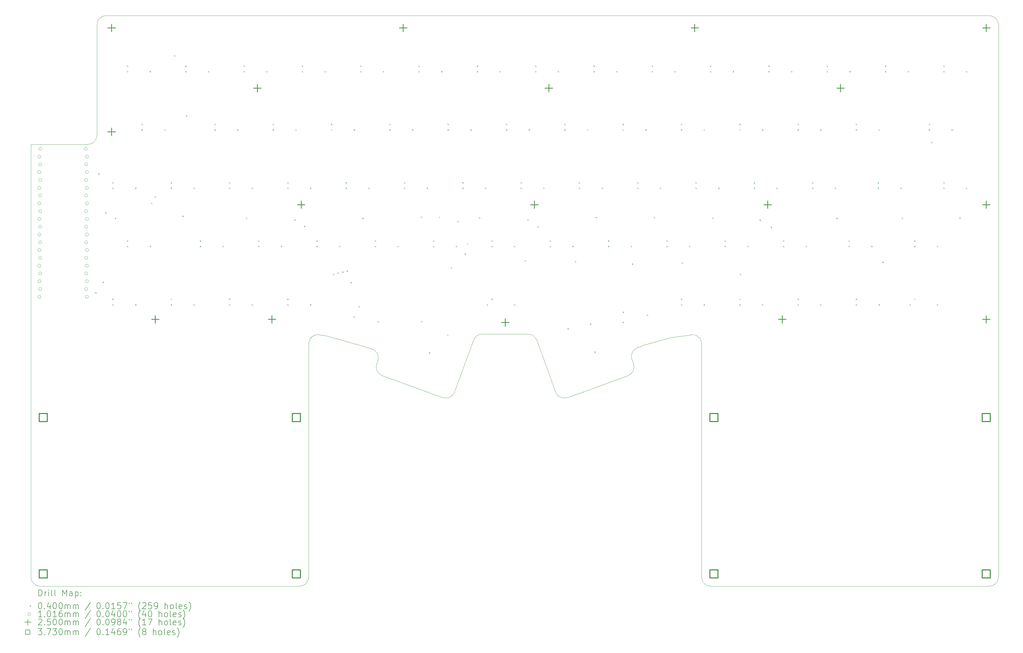
<source format=gbr>
%TF.GenerationSoftware,KiCad,Pcbnew,(6.0.7-1)-1*%
%TF.CreationDate,2022-08-16T19:54:16+02:00*%
%TF.ProjectId,keychron-optical-keyboard,6b657963-6872-46f6-9e2d-6f7074696361,rev?*%
%TF.SameCoordinates,Original*%
%TF.FileFunction,Drillmap*%
%TF.FilePolarity,Positive*%
%FSLAX45Y45*%
G04 Gerber Fmt 4.5, Leading zero omitted, Abs format (unit mm)*
G04 Created by KiCad (PCBNEW (6.0.7-1)-1) date 2022-08-16 19:54:16*
%MOMM*%
%LPD*%
G01*
G04 APERTURE LIST*
%ADD10C,0.100000*%
%ADD11C,0.200000*%
%ADD12C,0.040000*%
%ADD13C,0.101600*%
%ADD14C,0.250000*%
%ADD15C,0.373000*%
G04 APERTURE END LIST*
D10*
X29550000Y-17250000D02*
G75*
G03*
X29850000Y-16950000I0J300000D01*
G01*
X20175000Y-9350000D02*
X20175000Y-11350000D01*
X7375000Y-16950000D02*
X7375000Y-11650000D01*
X17779633Y-10382636D02*
G75*
G03*
X17958936Y-9998127I-102603J281906D01*
G01*
X20175000Y-11350000D02*
X20175000Y-11650000D01*
X775000Y1350000D02*
X29550000Y1350000D01*
X-1675000Y-16950000D02*
G75*
G03*
X-1375000Y-17250000I300000J0D01*
G01*
X9030390Y-9397703D02*
X9426049Y-9513173D01*
X7757691Y-9061622D02*
X7888891Y-9070384D01*
X9770366Y-10382641D02*
X11743720Y-11100883D01*
X-1675000Y-11350000D02*
X-1675000Y-11650000D01*
X15421764Y-10921582D02*
G75*
G03*
X15806280Y-11100883I281906J102602D01*
G01*
X20175000Y-16950000D02*
G75*
G03*
X20475000Y-17250000I300000J0D01*
G01*
X14806128Y-9230135D02*
G75*
G03*
X14524222Y-9032741I-281908J-102605D01*
G01*
X13025778Y-9032741D02*
X14524222Y-9032741D01*
X20175000Y-9350000D02*
G75*
G03*
X19792309Y-9061622I-300000J0D01*
G01*
X13025778Y-9032739D02*
G75*
G03*
X12743870Y-9230135I2J-300002D01*
G01*
X19195309Y-9135848D02*
X19792309Y-9061622D01*
X7757691Y-9061622D02*
G75*
G03*
X7375000Y-9350000I-82691J-288379D01*
G01*
X15421766Y-10921581D02*
X14806130Y-9230135D01*
X7075000Y-17250000D02*
G75*
G03*
X7375000Y-16950000I0J300000D01*
G01*
X-1375000Y-17250000D02*
X7075000Y-17250000D01*
X20475000Y-17250000D02*
X29550000Y-17250000D01*
X7888891Y-9070384D02*
X9030390Y-9397703D01*
X17779634Y-10382641D02*
X15806280Y-11100883D01*
X29850000Y-11650000D02*
X29850000Y-11350000D01*
X175000Y-2850000D02*
G75*
G03*
X475000Y-2550000I0J300000D01*
G01*
X17958936Y-9998127D02*
X17907633Y-9857173D01*
X7375000Y-11350000D02*
X7375000Y-9350000D01*
X29850000Y1050000D02*
G75*
G03*
X29550000Y1350000I-300000J0D01*
G01*
X-1675000Y-2850000D02*
X-1675000Y-11350000D01*
X-1675000Y-11650000D02*
X-1675000Y-16950000D01*
X18106850Y-9466189D02*
X18282110Y-9397703D01*
X7375000Y-11650000D02*
X7375000Y-11350000D01*
X29850000Y-16950000D02*
X29850000Y-11650000D01*
X9591059Y-9998125D02*
G75*
G03*
X9770366Y-10382641I281911J-102605D01*
G01*
X20175000Y-11650000D02*
X20175000Y-16950000D01*
X12128234Y-10921581D02*
X12743870Y-9230135D01*
X11743721Y-11100881D02*
G75*
G03*
X12128234Y-10921581I102609J281901D01*
G01*
X18282110Y-9397703D02*
X19195309Y-9135848D01*
X18106851Y-9466193D02*
G75*
G03*
X17907633Y-9857173I82689J-288377D01*
G01*
X475000Y1050000D02*
X475000Y-2550000D01*
X175000Y-2850000D02*
X-1675000Y-2850000D01*
X775000Y1350000D02*
G75*
G03*
X475000Y1050000I0J-300000D01*
G01*
X9625265Y-9904157D02*
G75*
G03*
X9426049Y-9513173I-281905J102607D01*
G01*
X29850000Y-11350000D02*
X29850000Y1050000D01*
X9591064Y-9998127D02*
X9625266Y-9904158D01*
D11*
D12*
X417000Y-7663000D02*
X457000Y-7703000D01*
X457000Y-7663000D02*
X417000Y-7703000D01*
X513000Y-3792000D02*
X553000Y-3832000D01*
X553000Y-3792000D02*
X513000Y-3832000D01*
X657000Y-7323000D02*
X697000Y-7363000D01*
X697000Y-7323000D02*
X657000Y-7363000D01*
X743000Y-5057000D02*
X783000Y-5097000D01*
X783000Y-5057000D02*
X743000Y-5097000D01*
X975000Y-4075000D02*
X1015000Y-4115000D01*
X1015000Y-4075000D02*
X975000Y-4115000D01*
X975000Y-4255000D02*
X1015000Y-4295000D01*
X1015000Y-4255000D02*
X975000Y-4295000D01*
X975000Y-7875000D02*
X1015000Y-7915000D01*
X1015000Y-7875000D02*
X975000Y-7915000D01*
X975000Y-8055000D02*
X1015000Y-8095000D01*
X1015000Y-8055000D02*
X975000Y-8095000D01*
X1056500Y-5236000D02*
X1096500Y-5276000D01*
X1096500Y-5236000D02*
X1056500Y-5276000D01*
X1450000Y-275000D02*
X1490000Y-315000D01*
X1490000Y-275000D02*
X1450000Y-315000D01*
X1450000Y-455000D02*
X1490000Y-495000D01*
X1490000Y-455000D02*
X1450000Y-495000D01*
X1450000Y-5975000D02*
X1490000Y-6015000D01*
X1490000Y-5975000D02*
X1450000Y-6015000D01*
X1450000Y-6155000D02*
X1490000Y-6195000D01*
X1490000Y-6155000D02*
X1450000Y-6195000D01*
X1715000Y-4255000D02*
X1755000Y-4295000D01*
X1755000Y-4255000D02*
X1715000Y-4295000D01*
X1715000Y-8055000D02*
X1755000Y-8095000D01*
X1755000Y-8055000D02*
X1715000Y-8095000D01*
X1925000Y-2175000D02*
X1965000Y-2215000D01*
X1965000Y-2175000D02*
X1925000Y-2215000D01*
X1925000Y-2355000D02*
X1965000Y-2395000D01*
X1965000Y-2355000D02*
X1925000Y-2395000D01*
X2190000Y-455000D02*
X2230000Y-495000D01*
X2230000Y-455000D02*
X2190000Y-495000D01*
X2190000Y-6155000D02*
X2230000Y-6195000D01*
X2230000Y-6155000D02*
X2190000Y-6195000D01*
X2239000Y-4749000D02*
X2279000Y-4789000D01*
X2279000Y-4749000D02*
X2239000Y-4789000D01*
X2353704Y-4531836D02*
X2393704Y-4571836D01*
X2393704Y-4531836D02*
X2353704Y-4571836D01*
X2665000Y-2355000D02*
X2705000Y-2395000D01*
X2705000Y-2355000D02*
X2665000Y-2395000D01*
X2875000Y-4075000D02*
X2915000Y-4115000D01*
X2915000Y-4075000D02*
X2875000Y-4115000D01*
X2875000Y-4255000D02*
X2915000Y-4295000D01*
X2915000Y-4255000D02*
X2875000Y-4295000D01*
X2875000Y-7875000D02*
X2915000Y-7915000D01*
X2915000Y-7875000D02*
X2875000Y-7915000D01*
X2875000Y-8055000D02*
X2915000Y-8095000D01*
X2915000Y-8055000D02*
X2875000Y-8095000D01*
X2983000Y60000D02*
X3023000Y20000D01*
X3023000Y60000D02*
X2983000Y20000D01*
X3258000Y-5170000D02*
X3298000Y-5210000D01*
X3298000Y-5170000D02*
X3258000Y-5210000D01*
X3350000Y-275000D02*
X3390000Y-315000D01*
X3390000Y-275000D02*
X3350000Y-315000D01*
X3350000Y-455000D02*
X3390000Y-495000D01*
X3390000Y-455000D02*
X3350000Y-495000D01*
X3375000Y-1899000D02*
X3415000Y-1939000D01*
X3415000Y-1899000D02*
X3375000Y-1939000D01*
X3615000Y-4255000D02*
X3655000Y-4295000D01*
X3655000Y-4255000D02*
X3615000Y-4295000D01*
X3615000Y-8055000D02*
X3655000Y-8095000D01*
X3655000Y-8055000D02*
X3615000Y-8095000D01*
X3825000Y-5975000D02*
X3865000Y-6015000D01*
X3865000Y-5975000D02*
X3825000Y-6015000D01*
X3825000Y-6155000D02*
X3865000Y-6195000D01*
X3865000Y-6155000D02*
X3825000Y-6195000D01*
X4090000Y-455000D02*
X4130000Y-495000D01*
X4130000Y-455000D02*
X4090000Y-495000D01*
X4300000Y-2175000D02*
X4340000Y-2215000D01*
X4340000Y-2175000D02*
X4300000Y-2215000D01*
X4300000Y-2355000D02*
X4340000Y-2395000D01*
X4340000Y-2355000D02*
X4300000Y-2395000D01*
X4565000Y-6155000D02*
X4605000Y-6195000D01*
X4605000Y-6155000D02*
X4565000Y-6195000D01*
X4775000Y-4075000D02*
X4815000Y-4115000D01*
X4815000Y-4075000D02*
X4775000Y-4115000D01*
X4775000Y-4255000D02*
X4815000Y-4295000D01*
X4815000Y-4255000D02*
X4775000Y-4295000D01*
X4775000Y-7875000D02*
X4815000Y-7915000D01*
X4815000Y-7875000D02*
X4775000Y-7915000D01*
X4775000Y-8055000D02*
X4815000Y-8095000D01*
X4815000Y-8055000D02*
X4775000Y-8095000D01*
X5040000Y-2355000D02*
X5080000Y-2395000D01*
X5080000Y-2355000D02*
X5040000Y-2395000D01*
X5250000Y-275000D02*
X5290000Y-315000D01*
X5290000Y-275000D02*
X5250000Y-315000D01*
X5250000Y-455000D02*
X5290000Y-495000D01*
X5290000Y-455000D02*
X5250000Y-495000D01*
X5329000Y-5232000D02*
X5369000Y-5272000D01*
X5369000Y-5232000D02*
X5329000Y-5272000D01*
X5515000Y-4255000D02*
X5555000Y-4295000D01*
X5555000Y-4255000D02*
X5515000Y-4295000D01*
X5515000Y-8055000D02*
X5555000Y-8095000D01*
X5555000Y-8055000D02*
X5515000Y-8095000D01*
X5725000Y-5975000D02*
X5765000Y-6015000D01*
X5765000Y-5975000D02*
X5725000Y-6015000D01*
X5725000Y-6155000D02*
X5765000Y-6195000D01*
X5765000Y-6155000D02*
X5725000Y-6195000D01*
X5990000Y-455000D02*
X6030000Y-495000D01*
X6030000Y-455000D02*
X5990000Y-495000D01*
X6200000Y-2175000D02*
X6240000Y-2215000D01*
X6240000Y-2175000D02*
X6200000Y-2215000D01*
X6200000Y-2355000D02*
X6240000Y-2395000D01*
X6240000Y-2355000D02*
X6200000Y-2395000D01*
X6465000Y-6155000D02*
X6505000Y-6195000D01*
X6505000Y-6155000D02*
X6465000Y-6195000D01*
X6675000Y-4075000D02*
X6715000Y-4115000D01*
X6715000Y-4075000D02*
X6675000Y-4115000D01*
X6675000Y-4255000D02*
X6715000Y-4295000D01*
X6715000Y-4255000D02*
X6675000Y-4295000D01*
X6675000Y-7875000D02*
X6715000Y-7915000D01*
X6715000Y-7875000D02*
X6675000Y-7915000D01*
X6675000Y-8055000D02*
X6715000Y-8095000D01*
X6715000Y-8055000D02*
X6675000Y-8095000D01*
X6899000Y-5292000D02*
X6939000Y-5332000D01*
X6939000Y-5292000D02*
X6899000Y-5332000D01*
X6940000Y-2355000D02*
X6980000Y-2395000D01*
X6980000Y-2355000D02*
X6940000Y-2395000D01*
X7150000Y-275000D02*
X7190000Y-315000D01*
X7190000Y-275000D02*
X7150000Y-315000D01*
X7150000Y-455000D02*
X7190000Y-495000D01*
X7190000Y-455000D02*
X7150000Y-495000D01*
X7220000Y-5501000D02*
X7260000Y-5541000D01*
X7260000Y-5501000D02*
X7220000Y-5541000D01*
X7415000Y-4255000D02*
X7455000Y-4295000D01*
X7455000Y-4255000D02*
X7415000Y-4295000D01*
X7415000Y-8055000D02*
X7455000Y-8095000D01*
X7455000Y-8055000D02*
X7415000Y-8095000D01*
X7625000Y-5975000D02*
X7665000Y-6015000D01*
X7665000Y-5975000D02*
X7625000Y-6015000D01*
X7625000Y-6155000D02*
X7665000Y-6195000D01*
X7665000Y-6155000D02*
X7625000Y-6195000D01*
X7890000Y-455000D02*
X7930000Y-495000D01*
X7930000Y-455000D02*
X7890000Y-495000D01*
X8100000Y-2175000D02*
X8140000Y-2215000D01*
X8140000Y-2175000D02*
X8100000Y-2215000D01*
X8100000Y-2355000D02*
X8140000Y-2395000D01*
X8140000Y-2355000D02*
X8100000Y-2395000D01*
X8166000Y-7067000D02*
X8206000Y-7107000D01*
X8206000Y-7067000D02*
X8166000Y-7107000D01*
X8309000Y-7018000D02*
X8349000Y-7058000D01*
X8349000Y-7018000D02*
X8309000Y-7058000D01*
X8365000Y-6155000D02*
X8405000Y-6195000D01*
X8405000Y-6155000D02*
X8365000Y-6195000D01*
X8463000Y-6990000D02*
X8503000Y-7030000D01*
X8503000Y-6990000D02*
X8463000Y-7030000D01*
X8575000Y-4075000D02*
X8615000Y-4115000D01*
X8615000Y-4075000D02*
X8575000Y-4115000D01*
X8575000Y-4255000D02*
X8615000Y-4295000D01*
X8615000Y-4255000D02*
X8575000Y-4295000D01*
X8607000Y-6954000D02*
X8647000Y-6994000D01*
X8647000Y-6954000D02*
X8607000Y-6994000D01*
X8736000Y-7333000D02*
X8776000Y-7373000D01*
X8776000Y-7333000D02*
X8736000Y-7373000D01*
X8834356Y-8445639D02*
X8874356Y-8485639D01*
X8874356Y-8445639D02*
X8834356Y-8485639D01*
X8840000Y-2355000D02*
X8880000Y-2395000D01*
X8880000Y-2355000D02*
X8840000Y-2395000D01*
X8994000Y-8116000D02*
X9034000Y-8156000D01*
X9034000Y-8116000D02*
X8994000Y-8156000D01*
X9050000Y-275000D02*
X9090000Y-315000D01*
X9090000Y-275000D02*
X9050000Y-315000D01*
X9050000Y-455000D02*
X9090000Y-495000D01*
X9090000Y-455000D02*
X9050000Y-495000D01*
X9118000Y-5243000D02*
X9158000Y-5283000D01*
X9158000Y-5243000D02*
X9118000Y-5283000D01*
X9315000Y-4255000D02*
X9355000Y-4295000D01*
X9355000Y-4255000D02*
X9315000Y-4295000D01*
X9525000Y-5975000D02*
X9565000Y-6015000D01*
X9565000Y-5975000D02*
X9525000Y-6015000D01*
X9525000Y-6155000D02*
X9565000Y-6195000D01*
X9565000Y-6155000D02*
X9525000Y-6195000D01*
X9621000Y-8606000D02*
X9661000Y-8646000D01*
X9661000Y-8606000D02*
X9621000Y-8646000D01*
X9790000Y-455000D02*
X9830000Y-495000D01*
X9830000Y-455000D02*
X9790000Y-495000D01*
X10000000Y-2175000D02*
X10040000Y-2215000D01*
X10040000Y-2175000D02*
X10000000Y-2215000D01*
X10000000Y-2355000D02*
X10040000Y-2395000D01*
X10040000Y-2355000D02*
X10000000Y-2395000D01*
X10265000Y-6155000D02*
X10305000Y-6195000D01*
X10305000Y-6155000D02*
X10265000Y-6195000D01*
X10475000Y-4075000D02*
X10515000Y-4115000D01*
X10515000Y-4075000D02*
X10475000Y-4115000D01*
X10475000Y-4255000D02*
X10515000Y-4295000D01*
X10515000Y-4255000D02*
X10475000Y-4295000D01*
X10740000Y-2355000D02*
X10780000Y-2395000D01*
X10780000Y-2355000D02*
X10740000Y-2395000D01*
X10950000Y-275000D02*
X10990000Y-315000D01*
X10990000Y-275000D02*
X10950000Y-315000D01*
X10950000Y-455000D02*
X10990000Y-495000D01*
X10990000Y-455000D02*
X10950000Y-495000D01*
X11022000Y-5194000D02*
X11062000Y-5234000D01*
X11062000Y-5194000D02*
X11022000Y-5234000D01*
X11036000Y-8599000D02*
X11076000Y-8639000D01*
X11076000Y-8599000D02*
X11036000Y-8639000D01*
X11215000Y-4255000D02*
X11255000Y-4295000D01*
X11255000Y-4255000D02*
X11215000Y-4295000D01*
X11291000Y-9621000D02*
X11331000Y-9661000D01*
X11331000Y-9621000D02*
X11291000Y-9661000D01*
X11425000Y-5975000D02*
X11465000Y-6015000D01*
X11465000Y-5975000D02*
X11425000Y-6015000D01*
X11425000Y-6155000D02*
X11465000Y-6195000D01*
X11465000Y-6155000D02*
X11425000Y-6195000D01*
X11614000Y-5200000D02*
X11654000Y-5240000D01*
X11654000Y-5200000D02*
X11614000Y-5240000D01*
X11690000Y-455000D02*
X11730000Y-495000D01*
X11730000Y-455000D02*
X11690000Y-495000D01*
X11884000Y-9043000D02*
X11924000Y-9083000D01*
X11924000Y-9043000D02*
X11884000Y-9083000D01*
X11900000Y-2175000D02*
X11940000Y-2215000D01*
X11940000Y-2175000D02*
X11900000Y-2215000D01*
X11900000Y-2355000D02*
X11940000Y-2395000D01*
X11940000Y-2355000D02*
X11900000Y-2395000D01*
X12006000Y-6853000D02*
X12046000Y-6893000D01*
X12046000Y-6853000D02*
X12006000Y-6893000D01*
X12165000Y-6155000D02*
X12205000Y-6195000D01*
X12205000Y-6155000D02*
X12165000Y-6195000D01*
X12219000Y-5339000D02*
X12259000Y-5379000D01*
X12259000Y-5339000D02*
X12219000Y-5379000D01*
X12375000Y-4075000D02*
X12415000Y-4115000D01*
X12415000Y-4075000D02*
X12375000Y-4115000D01*
X12375000Y-4255000D02*
X12415000Y-4295000D01*
X12415000Y-4255000D02*
X12375000Y-4295000D01*
X12453000Y-6401000D02*
X12493000Y-6441000D01*
X12493000Y-6401000D02*
X12453000Y-6441000D01*
X12529000Y-6071000D02*
X12569000Y-6111000D01*
X12569000Y-6071000D02*
X12529000Y-6111000D01*
X12640000Y-2355000D02*
X12680000Y-2395000D01*
X12680000Y-2355000D02*
X12640000Y-2395000D01*
X12850000Y-275000D02*
X12890000Y-315000D01*
X12890000Y-275000D02*
X12850000Y-315000D01*
X12850000Y-455000D02*
X12890000Y-495000D01*
X12890000Y-455000D02*
X12850000Y-495000D01*
X12924000Y-5218000D02*
X12964000Y-5258000D01*
X12964000Y-5218000D02*
X12924000Y-5258000D01*
X13115000Y-4255000D02*
X13155000Y-4295000D01*
X13155000Y-4255000D02*
X13115000Y-4295000D01*
X13175000Y-8055000D02*
X13215000Y-8095000D01*
X13215000Y-8055000D02*
X13175000Y-8095000D01*
X13325000Y-5975000D02*
X13365000Y-6015000D01*
X13365000Y-5975000D02*
X13325000Y-6015000D01*
X13325000Y-6155000D02*
X13365000Y-6195000D01*
X13365000Y-6155000D02*
X13325000Y-6195000D01*
X13325000Y-7875000D02*
X13365000Y-7915000D01*
X13365000Y-7875000D02*
X13325000Y-7915000D01*
X13590000Y-455000D02*
X13630000Y-495000D01*
X13630000Y-455000D02*
X13590000Y-495000D01*
X13800000Y-2175000D02*
X13840000Y-2215000D01*
X13840000Y-2175000D02*
X13800000Y-2215000D01*
X13800000Y-2355000D02*
X13840000Y-2395000D01*
X13840000Y-2355000D02*
X13800000Y-2395000D01*
X14065000Y-6155000D02*
X14105000Y-6195000D01*
X14105000Y-6155000D02*
X14065000Y-6195000D01*
X14065000Y-8055000D02*
X14105000Y-8095000D01*
X14105000Y-8055000D02*
X14065000Y-8095000D01*
X14275000Y-4075000D02*
X14315000Y-4115000D01*
X14315000Y-4075000D02*
X14275000Y-4115000D01*
X14275000Y-4255000D02*
X14315000Y-4295000D01*
X14315000Y-4255000D02*
X14275000Y-4295000D01*
X14412230Y-6615770D02*
X14452230Y-6655770D01*
X14452230Y-6615770D02*
X14412230Y-6655770D01*
X14494000Y-5291000D02*
X14534000Y-5331000D01*
X14534000Y-5291000D02*
X14494000Y-5331000D01*
X14540000Y-2355000D02*
X14580000Y-2395000D01*
X14580000Y-2355000D02*
X14540000Y-2395000D01*
X14750000Y-275000D02*
X14790000Y-315000D01*
X14790000Y-275000D02*
X14750000Y-315000D01*
X14750000Y-455000D02*
X14790000Y-495000D01*
X14790000Y-455000D02*
X14750000Y-495000D01*
X14825000Y-5514000D02*
X14865000Y-5554000D01*
X14865000Y-5514000D02*
X14825000Y-5554000D01*
X15015000Y-4255000D02*
X15055000Y-4295000D01*
X15055000Y-4255000D02*
X15015000Y-4295000D01*
X15225000Y-5975000D02*
X15265000Y-6015000D01*
X15265000Y-5975000D02*
X15225000Y-6015000D01*
X15225000Y-6155000D02*
X15265000Y-6195000D01*
X15265000Y-6155000D02*
X15225000Y-6195000D01*
X15490000Y-455000D02*
X15530000Y-495000D01*
X15530000Y-455000D02*
X15490000Y-495000D01*
X15700000Y-2175000D02*
X15740000Y-2215000D01*
X15740000Y-2175000D02*
X15700000Y-2215000D01*
X15700000Y-2355000D02*
X15740000Y-2395000D01*
X15740000Y-2355000D02*
X15700000Y-2395000D01*
X15805000Y-8833000D02*
X15845000Y-8873000D01*
X15845000Y-8833000D02*
X15805000Y-8873000D01*
X15965000Y-6155000D02*
X16005000Y-6195000D01*
X16005000Y-6155000D02*
X15965000Y-6195000D01*
X16043000Y-6652000D02*
X16083000Y-6692000D01*
X16083000Y-6652000D02*
X16043000Y-6692000D01*
X16175000Y-4075000D02*
X16215000Y-4115000D01*
X16215000Y-4075000D02*
X16175000Y-4115000D01*
X16175000Y-4255000D02*
X16215000Y-4295000D01*
X16215000Y-4255000D02*
X16175000Y-4295000D01*
X16440000Y-2355000D02*
X16480000Y-2395000D01*
X16480000Y-2355000D02*
X16440000Y-2395000D01*
X16541000Y-8683000D02*
X16581000Y-8723000D01*
X16581000Y-8683000D02*
X16541000Y-8723000D01*
X16650000Y-275000D02*
X16690000Y-315000D01*
X16690000Y-275000D02*
X16650000Y-315000D01*
X16650000Y-455000D02*
X16690000Y-495000D01*
X16690000Y-455000D02*
X16650000Y-495000D01*
X16684000Y-9597000D02*
X16724000Y-9637000D01*
X16724000Y-9597000D02*
X16684000Y-9637000D01*
X16721000Y-5209000D02*
X16761000Y-5249000D01*
X16761000Y-5209000D02*
X16721000Y-5249000D01*
X16915000Y-4255000D02*
X16955000Y-4295000D01*
X16955000Y-4255000D02*
X16915000Y-4295000D01*
X17125000Y-5975000D02*
X17165000Y-6015000D01*
X17165000Y-5975000D02*
X17125000Y-6015000D01*
X17125000Y-6155000D02*
X17165000Y-6195000D01*
X17165000Y-6155000D02*
X17125000Y-6195000D01*
X17390000Y-455000D02*
X17430000Y-495000D01*
X17430000Y-455000D02*
X17390000Y-495000D01*
X17600000Y-2175000D02*
X17640000Y-2215000D01*
X17640000Y-2175000D02*
X17600000Y-2215000D01*
X17600000Y-2355000D02*
X17640000Y-2395000D01*
X17640000Y-2355000D02*
X17600000Y-2395000D01*
X17603711Y-8627560D02*
X17643711Y-8667560D01*
X17643711Y-8627560D02*
X17603711Y-8667560D01*
X17605000Y-8298000D02*
X17645000Y-8338000D01*
X17645000Y-8298000D02*
X17605000Y-8338000D01*
X17865000Y-6155000D02*
X17905000Y-6195000D01*
X17905000Y-6155000D02*
X17865000Y-6195000D01*
X17904000Y-6726000D02*
X17944000Y-6766000D01*
X17944000Y-6726000D02*
X17904000Y-6766000D01*
X18075000Y-4075000D02*
X18115000Y-4115000D01*
X18115000Y-4075000D02*
X18075000Y-4115000D01*
X18075000Y-4255000D02*
X18115000Y-4295000D01*
X18115000Y-4255000D02*
X18075000Y-4295000D01*
X18340000Y-2355000D02*
X18380000Y-2395000D01*
X18380000Y-2355000D02*
X18340000Y-2395000D01*
X18390000Y-8397000D02*
X18430000Y-8437000D01*
X18430000Y-8397000D02*
X18390000Y-8437000D01*
X18550000Y-275000D02*
X18590000Y-315000D01*
X18590000Y-275000D02*
X18550000Y-315000D01*
X18550000Y-455000D02*
X18590000Y-495000D01*
X18590000Y-455000D02*
X18550000Y-495000D01*
X18622000Y-5211000D02*
X18662000Y-5251000D01*
X18662000Y-5211000D02*
X18622000Y-5251000D01*
X18815000Y-4255000D02*
X18855000Y-4295000D01*
X18855000Y-4255000D02*
X18815000Y-4295000D01*
X19025000Y-5975000D02*
X19065000Y-6015000D01*
X19065000Y-5975000D02*
X19025000Y-6015000D01*
X19025000Y-6155000D02*
X19065000Y-6195000D01*
X19065000Y-6155000D02*
X19025000Y-6195000D01*
X19290000Y-455000D02*
X19330000Y-495000D01*
X19330000Y-455000D02*
X19290000Y-495000D01*
X19500000Y-2175000D02*
X19540000Y-2215000D01*
X19540000Y-2175000D02*
X19500000Y-2215000D01*
X19500000Y-2355000D02*
X19540000Y-2395000D01*
X19540000Y-2355000D02*
X19500000Y-2395000D01*
X19500000Y-7875000D02*
X19540000Y-7915000D01*
X19540000Y-7875000D02*
X19500000Y-7915000D01*
X19500000Y-8055000D02*
X19540000Y-8095000D01*
X19540000Y-8055000D02*
X19500000Y-8095000D01*
X19523000Y-6696000D02*
X19563000Y-6736000D01*
X19563000Y-6696000D02*
X19523000Y-6736000D01*
X19765000Y-6155000D02*
X19805000Y-6195000D01*
X19805000Y-6155000D02*
X19765000Y-6195000D01*
X19975000Y-4075000D02*
X20015000Y-4115000D01*
X20015000Y-4075000D02*
X19975000Y-4115000D01*
X19975000Y-4255000D02*
X20015000Y-4295000D01*
X20015000Y-4255000D02*
X19975000Y-4295000D01*
X20240000Y-2355000D02*
X20280000Y-2395000D01*
X20280000Y-2355000D02*
X20240000Y-2395000D01*
X20240000Y-8055000D02*
X20280000Y-8095000D01*
X20280000Y-8055000D02*
X20240000Y-8095000D01*
X20450000Y-275000D02*
X20490000Y-315000D01*
X20490000Y-275000D02*
X20450000Y-315000D01*
X20450000Y-455000D02*
X20490000Y-495000D01*
X20490000Y-455000D02*
X20450000Y-495000D01*
X20527000Y-5227000D02*
X20567000Y-5267000D01*
X20567000Y-5227000D02*
X20527000Y-5267000D01*
X20715000Y-4255000D02*
X20755000Y-4295000D01*
X20755000Y-4255000D02*
X20715000Y-4295000D01*
X20925000Y-5975000D02*
X20965000Y-6015000D01*
X20965000Y-5975000D02*
X20925000Y-6015000D01*
X20925000Y-6155000D02*
X20965000Y-6195000D01*
X20965000Y-6155000D02*
X20925000Y-6195000D01*
X21190000Y-455000D02*
X21230000Y-495000D01*
X21230000Y-455000D02*
X21190000Y-495000D01*
X21400000Y-2175000D02*
X21440000Y-2215000D01*
X21440000Y-2175000D02*
X21400000Y-2215000D01*
X21400000Y-2355000D02*
X21440000Y-2395000D01*
X21440000Y-2355000D02*
X21400000Y-2395000D01*
X21400000Y-7875000D02*
X21440000Y-7915000D01*
X21440000Y-7875000D02*
X21400000Y-7915000D01*
X21400000Y-8055000D02*
X21440000Y-8095000D01*
X21440000Y-8055000D02*
X21400000Y-8095000D01*
X21423000Y-7069000D02*
X21463000Y-7109000D01*
X21463000Y-7069000D02*
X21423000Y-7109000D01*
X21665000Y-6155000D02*
X21705000Y-6195000D01*
X21705000Y-6155000D02*
X21665000Y-6195000D01*
X21875000Y-4075000D02*
X21915000Y-4115000D01*
X21915000Y-4075000D02*
X21875000Y-4115000D01*
X21875000Y-4255000D02*
X21915000Y-4295000D01*
X21915000Y-4255000D02*
X21875000Y-4295000D01*
X22061000Y-5297000D02*
X22101000Y-5337000D01*
X22101000Y-5297000D02*
X22061000Y-5337000D01*
X22140000Y-2355000D02*
X22180000Y-2395000D01*
X22180000Y-2355000D02*
X22140000Y-2395000D01*
X22140000Y-8055000D02*
X22180000Y-8095000D01*
X22180000Y-8055000D02*
X22140000Y-8095000D01*
X22350000Y-275000D02*
X22390000Y-315000D01*
X22390000Y-275000D02*
X22350000Y-315000D01*
X22350000Y-455000D02*
X22390000Y-495000D01*
X22390000Y-455000D02*
X22350000Y-495000D01*
X22426000Y-5528000D02*
X22466000Y-5568000D01*
X22466000Y-5528000D02*
X22426000Y-5568000D01*
X22615000Y-4255000D02*
X22655000Y-4295000D01*
X22655000Y-4255000D02*
X22615000Y-4295000D01*
X22825000Y-5975000D02*
X22865000Y-6015000D01*
X22865000Y-5975000D02*
X22825000Y-6015000D01*
X22825000Y-6155000D02*
X22865000Y-6195000D01*
X22865000Y-6155000D02*
X22825000Y-6195000D01*
X23090000Y-455000D02*
X23130000Y-495000D01*
X23130000Y-455000D02*
X23090000Y-495000D01*
X23300000Y-2175000D02*
X23340000Y-2215000D01*
X23340000Y-2175000D02*
X23300000Y-2215000D01*
X23300000Y-2355000D02*
X23340000Y-2395000D01*
X23340000Y-2355000D02*
X23300000Y-2395000D01*
X23300000Y-7875000D02*
X23340000Y-7915000D01*
X23340000Y-7875000D02*
X23300000Y-7915000D01*
X23300000Y-8055000D02*
X23340000Y-8095000D01*
X23340000Y-8055000D02*
X23300000Y-8095000D01*
X23565000Y-6155000D02*
X23605000Y-6195000D01*
X23605000Y-6155000D02*
X23565000Y-6195000D01*
X23775000Y-4075000D02*
X23815000Y-4115000D01*
X23815000Y-4075000D02*
X23775000Y-4115000D01*
X23775000Y-4255000D02*
X23815000Y-4295000D01*
X23815000Y-4255000D02*
X23775000Y-4295000D01*
X24040000Y-2355000D02*
X24080000Y-2395000D01*
X24080000Y-2355000D02*
X24040000Y-2395000D01*
X24040000Y-8055000D02*
X24080000Y-8095000D01*
X24080000Y-8055000D02*
X24040000Y-8095000D01*
X24250000Y-275000D02*
X24290000Y-315000D01*
X24290000Y-275000D02*
X24250000Y-315000D01*
X24250000Y-455000D02*
X24290000Y-495000D01*
X24290000Y-455000D02*
X24250000Y-495000D01*
X24515000Y-4255000D02*
X24555000Y-4295000D01*
X24555000Y-4255000D02*
X24515000Y-4295000D01*
X24566000Y-5242000D02*
X24606000Y-5282000D01*
X24606000Y-5242000D02*
X24566000Y-5282000D01*
X24962500Y-5975000D02*
X25002500Y-6015000D01*
X25002500Y-5975000D02*
X24962500Y-6015000D01*
X24962500Y-6155000D02*
X25002500Y-6195000D01*
X25002500Y-6155000D02*
X24962500Y-6195000D01*
X24990000Y-455000D02*
X25030000Y-495000D01*
X25030000Y-455000D02*
X24990000Y-495000D01*
X25200000Y-2175000D02*
X25240000Y-2215000D01*
X25240000Y-2175000D02*
X25200000Y-2215000D01*
X25200000Y-2355000D02*
X25240000Y-2395000D01*
X25240000Y-2355000D02*
X25200000Y-2395000D01*
X25200000Y-7875000D02*
X25240000Y-7915000D01*
X25240000Y-7875000D02*
X25200000Y-7915000D01*
X25200000Y-8055000D02*
X25240000Y-8095000D01*
X25240000Y-8055000D02*
X25200000Y-8095000D01*
X25702500Y-6155000D02*
X25742500Y-6195000D01*
X25742500Y-6155000D02*
X25702500Y-6195000D01*
X25912500Y-4075000D02*
X25952500Y-4115000D01*
X25952500Y-4075000D02*
X25912500Y-4115000D01*
X25912500Y-4255000D02*
X25952500Y-4295000D01*
X25952500Y-4255000D02*
X25912500Y-4295000D01*
X25940000Y-2355000D02*
X25980000Y-2395000D01*
X25980000Y-2355000D02*
X25940000Y-2395000D01*
X25940000Y-8055000D02*
X25980000Y-8095000D01*
X25980000Y-8055000D02*
X25940000Y-8095000D01*
X26066000Y-6666000D02*
X26106000Y-6706000D01*
X26106000Y-6666000D02*
X26066000Y-6706000D01*
X26150000Y-275000D02*
X26190000Y-315000D01*
X26190000Y-275000D02*
X26150000Y-315000D01*
X26150000Y-455000D02*
X26190000Y-495000D01*
X26190000Y-455000D02*
X26150000Y-495000D01*
X26652500Y-4255000D02*
X26692500Y-4295000D01*
X26692500Y-4255000D02*
X26652500Y-4295000D01*
X26699000Y-5236000D02*
X26739000Y-5276000D01*
X26739000Y-5236000D02*
X26699000Y-5276000D01*
X26890000Y-455000D02*
X26930000Y-495000D01*
X26930000Y-455000D02*
X26890000Y-495000D01*
X26950000Y-8055000D02*
X26990000Y-8095000D01*
X26990000Y-8055000D02*
X26950000Y-8095000D01*
X27100000Y-5975000D02*
X27140000Y-6015000D01*
X27140000Y-5975000D02*
X27100000Y-6015000D01*
X27100000Y-6155000D02*
X27140000Y-6195000D01*
X27140000Y-6155000D02*
X27100000Y-6195000D01*
X27100000Y-7875000D02*
X27140000Y-7915000D01*
X27140000Y-7875000D02*
X27100000Y-7915000D01*
X27575000Y-2175000D02*
X27615000Y-2215000D01*
X27615000Y-2175000D02*
X27575000Y-2215000D01*
X27575000Y-2355000D02*
X27615000Y-2395000D01*
X27615000Y-2355000D02*
X27575000Y-2395000D01*
X27653000Y-2768000D02*
X27693000Y-2808000D01*
X27693000Y-2768000D02*
X27653000Y-2808000D01*
X27840000Y-6155000D02*
X27880000Y-6195000D01*
X27880000Y-6155000D02*
X27840000Y-6195000D01*
X27840000Y-8055000D02*
X27880000Y-8095000D01*
X27880000Y-8055000D02*
X27840000Y-8095000D01*
X28050000Y-275000D02*
X28090000Y-315000D01*
X28090000Y-275000D02*
X28050000Y-315000D01*
X28050000Y-455000D02*
X28090000Y-495000D01*
X28090000Y-455000D02*
X28050000Y-495000D01*
X28050000Y-4075000D02*
X28090000Y-4115000D01*
X28090000Y-4075000D02*
X28050000Y-4115000D01*
X28050000Y-4255000D02*
X28090000Y-4295000D01*
X28090000Y-4255000D02*
X28050000Y-4295000D01*
X28315000Y-2355000D02*
X28355000Y-2395000D01*
X28355000Y-2355000D02*
X28315000Y-2395000D01*
X28572000Y-5229000D02*
X28612000Y-5269000D01*
X28612000Y-5229000D02*
X28572000Y-5269000D01*
X28790000Y-455000D02*
X28830000Y-495000D01*
X28830000Y-455000D02*
X28790000Y-495000D01*
X28790000Y-4255000D02*
X28830000Y-4295000D01*
X28830000Y-4255000D02*
X28790000Y-4295000D01*
D13*
X-1348900Y-3244000D02*
G75*
G03*
X-1348900Y-3244000I-50800J0D01*
G01*
X-1348900Y-3752000D02*
G75*
G03*
X-1348900Y-3752000I-50800J0D01*
G01*
X-1348900Y-4260000D02*
G75*
G03*
X-1348900Y-4260000I-50800J0D01*
G01*
X-1348900Y-4768000D02*
G75*
G03*
X-1348900Y-4768000I-50800J0D01*
G01*
X-1348900Y-5276000D02*
G75*
G03*
X-1348900Y-5276000I-50800J0D01*
G01*
X-1348900Y-5784000D02*
G75*
G03*
X-1348900Y-5784000I-50800J0D01*
G01*
X-1348900Y-6292000D02*
G75*
G03*
X-1348900Y-6292000I-50800J0D01*
G01*
X-1348900Y-6800000D02*
G75*
G03*
X-1348900Y-6800000I-50800J0D01*
G01*
X-1348900Y-7308000D02*
G75*
G03*
X-1348900Y-7308000I-50800J0D01*
G01*
X-1348900Y-7816000D02*
G75*
G03*
X-1348900Y-7816000I-50800J0D01*
G01*
X-1324200Y-2990000D02*
G75*
G03*
X-1324200Y-2990000I-50800J0D01*
G01*
X-1323500Y-3498000D02*
G75*
G03*
X-1323500Y-3498000I-50800J0D01*
G01*
X-1323500Y-4006000D02*
G75*
G03*
X-1323500Y-4006000I-50800J0D01*
G01*
X-1323500Y-4514000D02*
G75*
G03*
X-1323500Y-4514000I-50800J0D01*
G01*
X-1323500Y-5022000D02*
G75*
G03*
X-1323500Y-5022000I-50800J0D01*
G01*
X-1323500Y-5530000D02*
G75*
G03*
X-1323500Y-5530000I-50800J0D01*
G01*
X-1323500Y-6038000D02*
G75*
G03*
X-1323500Y-6038000I-50800J0D01*
G01*
X-1323500Y-6546000D02*
G75*
G03*
X-1323500Y-6546000I-50800J0D01*
G01*
X-1323500Y-7054000D02*
G75*
G03*
X-1323500Y-7054000I-50800J0D01*
G01*
X-1323500Y-7562000D02*
G75*
G03*
X-1323500Y-7562000I-50800J0D01*
G01*
X165800Y-2990000D02*
G75*
G03*
X165800Y-2990000I-50800J0D01*
G01*
X175100Y-3498000D02*
G75*
G03*
X175100Y-3498000I-50800J0D01*
G01*
X175100Y-4006000D02*
G75*
G03*
X175100Y-4006000I-50800J0D01*
G01*
X175100Y-4514000D02*
G75*
G03*
X175100Y-4514000I-50800J0D01*
G01*
X175100Y-5022000D02*
G75*
G03*
X175100Y-5022000I-50800J0D01*
G01*
X175100Y-5530000D02*
G75*
G03*
X175100Y-5530000I-50800J0D01*
G01*
X175100Y-6038000D02*
G75*
G03*
X175100Y-6038000I-50800J0D01*
G01*
X175100Y-6546000D02*
G75*
G03*
X175100Y-6546000I-50800J0D01*
G01*
X175100Y-7054000D02*
G75*
G03*
X175100Y-7054000I-50800J0D01*
G01*
X175100Y-7562000D02*
G75*
G03*
X175100Y-7562000I-50800J0D01*
G01*
X200500Y-3244000D02*
G75*
G03*
X200500Y-3244000I-50800J0D01*
G01*
X200500Y-3752000D02*
G75*
G03*
X200500Y-3752000I-50800J0D01*
G01*
X200500Y-4260000D02*
G75*
G03*
X200500Y-4260000I-50800J0D01*
G01*
X200500Y-4768000D02*
G75*
G03*
X200500Y-4768000I-50800J0D01*
G01*
X200500Y-5276000D02*
G75*
G03*
X200500Y-5276000I-50800J0D01*
G01*
X200500Y-5784000D02*
G75*
G03*
X200500Y-5784000I-50800J0D01*
G01*
X200500Y-6292000D02*
G75*
G03*
X200500Y-6292000I-50800J0D01*
G01*
X200500Y-6800000D02*
G75*
G03*
X200500Y-6800000I-50800J0D01*
G01*
X200500Y-7308000D02*
G75*
G03*
X200500Y-7308000I-50800J0D01*
G01*
X200500Y-7816000D02*
G75*
G03*
X200500Y-7816000I-50800J0D01*
G01*
D14*
X950000Y1075000D02*
X950000Y825000D01*
X825000Y950000D02*
X1075000Y950000D01*
X950000Y-2310000D02*
X950000Y-2560000D01*
X825000Y-2435000D02*
X1075000Y-2435000D01*
X2375000Y-8425000D02*
X2375000Y-8675000D01*
X2250000Y-8550000D02*
X2500000Y-8550000D01*
X5700000Y-885000D02*
X5700000Y-1135000D01*
X5575000Y-1010000D02*
X5825000Y-1010000D01*
X6175000Y-8425000D02*
X6175000Y-8675000D01*
X6050000Y-8550000D02*
X6300000Y-8550000D01*
X7125000Y-4685000D02*
X7125000Y-4935000D01*
X7000000Y-4810000D02*
X7250000Y-4810000D01*
X10450000Y1075000D02*
X10450000Y825000D01*
X10325000Y950000D02*
X10575000Y950000D01*
X13775000Y-8525000D02*
X13775000Y-8775000D01*
X13650000Y-8650000D02*
X13900000Y-8650000D01*
X14725000Y-4685000D02*
X14725000Y-4935000D01*
X14600000Y-4810000D02*
X14850000Y-4810000D01*
X15200000Y-885000D02*
X15200000Y-1135000D01*
X15075000Y-1010000D02*
X15325000Y-1010000D01*
X19950000Y1075000D02*
X19950000Y825000D01*
X19825000Y950000D02*
X20075000Y950000D01*
X22325000Y-4685000D02*
X22325000Y-4935000D01*
X22200000Y-4810000D02*
X22450000Y-4810000D01*
X22800000Y-8425000D02*
X22800000Y-8675000D01*
X22675000Y-8550000D02*
X22925000Y-8550000D01*
X24700000Y-885000D02*
X24700000Y-1135000D01*
X24575000Y-1010000D02*
X24825000Y-1010000D01*
X29450000Y1075000D02*
X29450000Y825000D01*
X29325000Y950000D02*
X29575000Y950000D01*
X29450000Y-4685000D02*
X29450000Y-4935000D01*
X29325000Y-4810000D02*
X29575000Y-4810000D01*
X29450000Y-8425000D02*
X29450000Y-8675000D01*
X29325000Y-8550000D02*
X29575000Y-8550000D01*
D15*
X-1143123Y-11881877D02*
X-1143123Y-11618123D01*
X-1406877Y-11618123D01*
X-1406877Y-11881877D01*
X-1143123Y-11881877D01*
X-1143123Y-16981877D02*
X-1143123Y-16718123D01*
X-1406877Y-16718123D01*
X-1406877Y-16981877D01*
X-1143123Y-16981877D01*
X7106877Y-11881877D02*
X7106877Y-11618123D01*
X6843123Y-11618123D01*
X6843123Y-11881877D01*
X7106877Y-11881877D01*
X7106877Y-16981877D02*
X7106877Y-16718123D01*
X6843123Y-16718123D01*
X6843123Y-16981877D01*
X7106877Y-16981877D01*
X20706877Y-11881877D02*
X20706877Y-11618123D01*
X20443123Y-11618123D01*
X20443123Y-11881877D01*
X20706877Y-11881877D01*
X20706877Y-16981877D02*
X20706877Y-16718123D01*
X20443123Y-16718123D01*
X20443123Y-16981877D01*
X20706877Y-16981877D01*
X29581877Y-11881877D02*
X29581877Y-11618123D01*
X29318123Y-11618123D01*
X29318123Y-11881877D01*
X29581877Y-11881877D01*
X29581877Y-16981877D02*
X29581877Y-16718123D01*
X29318123Y-16718123D01*
X29318123Y-16981877D01*
X29581877Y-16981877D01*
D11*
X-1422381Y-17565476D02*
X-1422381Y-17365476D01*
X-1374762Y-17365476D01*
X-1346190Y-17375000D01*
X-1327143Y-17394048D01*
X-1317619Y-17413095D01*
X-1308095Y-17451190D01*
X-1308095Y-17479762D01*
X-1317619Y-17517857D01*
X-1327143Y-17536905D01*
X-1346190Y-17555952D01*
X-1374762Y-17565476D01*
X-1422381Y-17565476D01*
X-1222381Y-17565476D02*
X-1222381Y-17432143D01*
X-1222381Y-17470238D02*
X-1212857Y-17451190D01*
X-1203333Y-17441667D01*
X-1184286Y-17432143D01*
X-1165238Y-17432143D01*
X-1098571Y-17565476D02*
X-1098571Y-17432143D01*
X-1098571Y-17365476D02*
X-1108095Y-17375000D01*
X-1098571Y-17384524D01*
X-1089048Y-17375000D01*
X-1098571Y-17365476D01*
X-1098571Y-17384524D01*
X-974762Y-17565476D02*
X-993809Y-17555952D01*
X-1003333Y-17536905D01*
X-1003333Y-17365476D01*
X-870000Y-17565476D02*
X-889048Y-17555952D01*
X-898571Y-17536905D01*
X-898571Y-17365476D01*
X-641429Y-17565476D02*
X-641429Y-17365476D01*
X-574762Y-17508333D01*
X-508095Y-17365476D01*
X-508095Y-17565476D01*
X-327143Y-17565476D02*
X-327143Y-17460714D01*
X-336667Y-17441667D01*
X-355714Y-17432143D01*
X-393809Y-17432143D01*
X-412857Y-17441667D01*
X-327143Y-17555952D02*
X-346190Y-17565476D01*
X-393809Y-17565476D01*
X-412857Y-17555952D01*
X-422381Y-17536905D01*
X-422381Y-17517857D01*
X-412857Y-17498810D01*
X-393809Y-17489286D01*
X-346190Y-17489286D01*
X-327143Y-17479762D01*
X-231905Y-17432143D02*
X-231905Y-17632143D01*
X-231905Y-17441667D02*
X-212857Y-17432143D01*
X-174762Y-17432143D01*
X-155714Y-17441667D01*
X-146190Y-17451190D01*
X-136667Y-17470238D01*
X-136667Y-17527381D01*
X-146190Y-17546429D01*
X-155714Y-17555952D01*
X-174762Y-17565476D01*
X-212857Y-17565476D01*
X-231905Y-17555952D01*
X-50952Y-17546429D02*
X-41429Y-17555952D01*
X-50952Y-17565476D01*
X-60476Y-17555952D01*
X-50952Y-17546429D01*
X-50952Y-17565476D01*
X-50952Y-17441667D02*
X-41429Y-17451190D01*
X-50952Y-17460714D01*
X-60476Y-17451190D01*
X-50952Y-17441667D01*
X-50952Y-17460714D01*
D12*
X-1720000Y-17875000D02*
X-1680000Y-17915000D01*
X-1680000Y-17875000D02*
X-1720000Y-17915000D01*
D11*
X-1384286Y-17785476D02*
X-1365238Y-17785476D01*
X-1346190Y-17795000D01*
X-1336667Y-17804524D01*
X-1327143Y-17823571D01*
X-1317619Y-17861667D01*
X-1317619Y-17909286D01*
X-1327143Y-17947381D01*
X-1336667Y-17966429D01*
X-1346190Y-17975952D01*
X-1365238Y-17985476D01*
X-1384286Y-17985476D01*
X-1403333Y-17975952D01*
X-1412857Y-17966429D01*
X-1422381Y-17947381D01*
X-1431905Y-17909286D01*
X-1431905Y-17861667D01*
X-1422381Y-17823571D01*
X-1412857Y-17804524D01*
X-1403333Y-17795000D01*
X-1384286Y-17785476D01*
X-1231905Y-17966429D02*
X-1222381Y-17975952D01*
X-1231905Y-17985476D01*
X-1241429Y-17975952D01*
X-1231905Y-17966429D01*
X-1231905Y-17985476D01*
X-1050952Y-17852143D02*
X-1050952Y-17985476D01*
X-1098571Y-17775952D02*
X-1146190Y-17918810D01*
X-1022381Y-17918810D01*
X-908095Y-17785476D02*
X-889048Y-17785476D01*
X-870000Y-17795000D01*
X-860476Y-17804524D01*
X-850952Y-17823571D01*
X-841428Y-17861667D01*
X-841428Y-17909286D01*
X-850952Y-17947381D01*
X-860476Y-17966429D01*
X-870000Y-17975952D01*
X-889048Y-17985476D01*
X-908095Y-17985476D01*
X-927143Y-17975952D01*
X-936667Y-17966429D01*
X-946190Y-17947381D01*
X-955714Y-17909286D01*
X-955714Y-17861667D01*
X-946190Y-17823571D01*
X-936667Y-17804524D01*
X-927143Y-17795000D01*
X-908095Y-17785476D01*
X-717619Y-17785476D02*
X-698571Y-17785476D01*
X-679524Y-17795000D01*
X-670000Y-17804524D01*
X-660476Y-17823571D01*
X-650952Y-17861667D01*
X-650952Y-17909286D01*
X-660476Y-17947381D01*
X-670000Y-17966429D01*
X-679524Y-17975952D01*
X-698571Y-17985476D01*
X-717619Y-17985476D01*
X-736667Y-17975952D01*
X-746190Y-17966429D01*
X-755714Y-17947381D01*
X-765238Y-17909286D01*
X-765238Y-17861667D01*
X-755714Y-17823571D01*
X-746190Y-17804524D01*
X-736667Y-17795000D01*
X-717619Y-17785476D01*
X-565238Y-17985476D02*
X-565238Y-17852143D01*
X-565238Y-17871190D02*
X-555714Y-17861667D01*
X-536667Y-17852143D01*
X-508095Y-17852143D01*
X-489048Y-17861667D01*
X-479524Y-17880714D01*
X-479524Y-17985476D01*
X-479524Y-17880714D02*
X-470000Y-17861667D01*
X-450952Y-17852143D01*
X-422381Y-17852143D01*
X-403333Y-17861667D01*
X-393809Y-17880714D01*
X-393809Y-17985476D01*
X-298571Y-17985476D02*
X-298571Y-17852143D01*
X-298571Y-17871190D02*
X-289048Y-17861667D01*
X-270000Y-17852143D01*
X-241428Y-17852143D01*
X-222381Y-17861667D01*
X-212857Y-17880714D01*
X-212857Y-17985476D01*
X-212857Y-17880714D02*
X-203333Y-17861667D01*
X-184286Y-17852143D01*
X-155714Y-17852143D01*
X-136667Y-17861667D01*
X-127143Y-17880714D01*
X-127143Y-17985476D01*
X263333Y-17775952D02*
X91905Y-18033095D01*
X520476Y-17785476D02*
X539524Y-17785476D01*
X558571Y-17795000D01*
X568095Y-17804524D01*
X577619Y-17823571D01*
X587143Y-17861667D01*
X587143Y-17909286D01*
X577619Y-17947381D01*
X568095Y-17966429D01*
X558571Y-17975952D01*
X539524Y-17985476D01*
X520476Y-17985476D01*
X501428Y-17975952D01*
X491905Y-17966429D01*
X482381Y-17947381D01*
X472857Y-17909286D01*
X472857Y-17861667D01*
X482381Y-17823571D01*
X491905Y-17804524D01*
X501428Y-17795000D01*
X520476Y-17785476D01*
X672857Y-17966429D02*
X682381Y-17975952D01*
X672857Y-17985476D01*
X663333Y-17975952D01*
X672857Y-17966429D01*
X672857Y-17985476D01*
X806190Y-17785476D02*
X825238Y-17785476D01*
X844286Y-17795000D01*
X853809Y-17804524D01*
X863333Y-17823571D01*
X872857Y-17861667D01*
X872857Y-17909286D01*
X863333Y-17947381D01*
X853809Y-17966429D01*
X844286Y-17975952D01*
X825238Y-17985476D01*
X806190Y-17985476D01*
X787143Y-17975952D01*
X777619Y-17966429D01*
X768095Y-17947381D01*
X758571Y-17909286D01*
X758571Y-17861667D01*
X768095Y-17823571D01*
X777619Y-17804524D01*
X787143Y-17795000D01*
X806190Y-17785476D01*
X1063333Y-17985476D02*
X949048Y-17985476D01*
X1006190Y-17985476D02*
X1006190Y-17785476D01*
X987143Y-17814048D01*
X968095Y-17833095D01*
X949048Y-17842619D01*
X1244286Y-17785476D02*
X1149048Y-17785476D01*
X1139524Y-17880714D01*
X1149048Y-17871190D01*
X1168095Y-17861667D01*
X1215714Y-17861667D01*
X1234762Y-17871190D01*
X1244286Y-17880714D01*
X1253810Y-17899762D01*
X1253810Y-17947381D01*
X1244286Y-17966429D01*
X1234762Y-17975952D01*
X1215714Y-17985476D01*
X1168095Y-17985476D01*
X1149048Y-17975952D01*
X1139524Y-17966429D01*
X1320476Y-17785476D02*
X1453809Y-17785476D01*
X1368095Y-17985476D01*
X1520476Y-17785476D02*
X1520476Y-17823571D01*
X1596667Y-17785476D02*
X1596667Y-17823571D01*
X1891905Y-18061667D02*
X1882381Y-18052143D01*
X1863333Y-18023571D01*
X1853809Y-18004524D01*
X1844286Y-17975952D01*
X1834762Y-17928333D01*
X1834762Y-17890238D01*
X1844286Y-17842619D01*
X1853809Y-17814048D01*
X1863333Y-17795000D01*
X1882381Y-17766429D01*
X1891905Y-17756905D01*
X1958571Y-17804524D02*
X1968095Y-17795000D01*
X1987143Y-17785476D01*
X2034762Y-17785476D01*
X2053809Y-17795000D01*
X2063333Y-17804524D01*
X2072857Y-17823571D01*
X2072857Y-17842619D01*
X2063333Y-17871190D01*
X1949048Y-17985476D01*
X2072857Y-17985476D01*
X2253810Y-17785476D02*
X2158571Y-17785476D01*
X2149048Y-17880714D01*
X2158571Y-17871190D01*
X2177619Y-17861667D01*
X2225238Y-17861667D01*
X2244286Y-17871190D01*
X2253810Y-17880714D01*
X2263333Y-17899762D01*
X2263333Y-17947381D01*
X2253810Y-17966429D01*
X2244286Y-17975952D01*
X2225238Y-17985476D01*
X2177619Y-17985476D01*
X2158571Y-17975952D01*
X2149048Y-17966429D01*
X2358571Y-17985476D02*
X2396667Y-17985476D01*
X2415714Y-17975952D01*
X2425238Y-17966429D01*
X2444286Y-17937857D01*
X2453810Y-17899762D01*
X2453810Y-17823571D01*
X2444286Y-17804524D01*
X2434762Y-17795000D01*
X2415714Y-17785476D01*
X2377619Y-17785476D01*
X2358571Y-17795000D01*
X2349048Y-17804524D01*
X2339524Y-17823571D01*
X2339524Y-17871190D01*
X2349048Y-17890238D01*
X2358571Y-17899762D01*
X2377619Y-17909286D01*
X2415714Y-17909286D01*
X2434762Y-17899762D01*
X2444286Y-17890238D01*
X2453810Y-17871190D01*
X2691905Y-17985476D02*
X2691905Y-17785476D01*
X2777619Y-17985476D02*
X2777619Y-17880714D01*
X2768095Y-17861667D01*
X2749048Y-17852143D01*
X2720476Y-17852143D01*
X2701429Y-17861667D01*
X2691905Y-17871190D01*
X2901428Y-17985476D02*
X2882381Y-17975952D01*
X2872857Y-17966429D01*
X2863333Y-17947381D01*
X2863333Y-17890238D01*
X2872857Y-17871190D01*
X2882381Y-17861667D01*
X2901428Y-17852143D01*
X2930000Y-17852143D01*
X2949048Y-17861667D01*
X2958571Y-17871190D01*
X2968095Y-17890238D01*
X2968095Y-17947381D01*
X2958571Y-17966429D01*
X2949048Y-17975952D01*
X2930000Y-17985476D01*
X2901428Y-17985476D01*
X3082381Y-17985476D02*
X3063333Y-17975952D01*
X3053809Y-17956905D01*
X3053809Y-17785476D01*
X3234762Y-17975952D02*
X3215714Y-17985476D01*
X3177619Y-17985476D01*
X3158571Y-17975952D01*
X3149048Y-17956905D01*
X3149048Y-17880714D01*
X3158571Y-17861667D01*
X3177619Y-17852143D01*
X3215714Y-17852143D01*
X3234762Y-17861667D01*
X3244286Y-17880714D01*
X3244286Y-17899762D01*
X3149048Y-17918810D01*
X3320476Y-17975952D02*
X3339524Y-17985476D01*
X3377619Y-17985476D01*
X3396667Y-17975952D01*
X3406190Y-17956905D01*
X3406190Y-17947381D01*
X3396667Y-17928333D01*
X3377619Y-17918810D01*
X3349048Y-17918810D01*
X3330000Y-17909286D01*
X3320476Y-17890238D01*
X3320476Y-17880714D01*
X3330000Y-17861667D01*
X3349048Y-17852143D01*
X3377619Y-17852143D01*
X3396667Y-17861667D01*
X3472857Y-18061667D02*
X3482381Y-18052143D01*
X3501428Y-18023571D01*
X3510952Y-18004524D01*
X3520476Y-17975952D01*
X3530000Y-17928333D01*
X3530000Y-17890238D01*
X3520476Y-17842619D01*
X3510952Y-17814048D01*
X3501428Y-17795000D01*
X3482381Y-17766429D01*
X3472857Y-17756905D01*
D13*
X-1680000Y-18159000D02*
G75*
G03*
X-1680000Y-18159000I-50800J0D01*
G01*
D11*
X-1317619Y-18249476D02*
X-1431905Y-18249476D01*
X-1374762Y-18249476D02*
X-1374762Y-18049476D01*
X-1393810Y-18078048D01*
X-1412857Y-18097095D01*
X-1431905Y-18106619D01*
X-1231905Y-18230429D02*
X-1222381Y-18239952D01*
X-1231905Y-18249476D01*
X-1241429Y-18239952D01*
X-1231905Y-18230429D01*
X-1231905Y-18249476D01*
X-1098571Y-18049476D02*
X-1079524Y-18049476D01*
X-1060476Y-18059000D01*
X-1050952Y-18068524D01*
X-1041428Y-18087571D01*
X-1031905Y-18125667D01*
X-1031905Y-18173286D01*
X-1041428Y-18211381D01*
X-1050952Y-18230429D01*
X-1060476Y-18239952D01*
X-1079524Y-18249476D01*
X-1098571Y-18249476D01*
X-1117619Y-18239952D01*
X-1127143Y-18230429D01*
X-1136667Y-18211381D01*
X-1146190Y-18173286D01*
X-1146190Y-18125667D01*
X-1136667Y-18087571D01*
X-1127143Y-18068524D01*
X-1117619Y-18059000D01*
X-1098571Y-18049476D01*
X-841428Y-18249476D02*
X-955714Y-18249476D01*
X-898571Y-18249476D02*
X-898571Y-18049476D01*
X-917619Y-18078048D01*
X-936667Y-18097095D01*
X-955714Y-18106619D01*
X-670000Y-18049476D02*
X-708095Y-18049476D01*
X-727143Y-18059000D01*
X-736667Y-18068524D01*
X-755714Y-18097095D01*
X-765238Y-18135190D01*
X-765238Y-18211381D01*
X-755714Y-18230429D01*
X-746190Y-18239952D01*
X-727143Y-18249476D01*
X-689048Y-18249476D01*
X-670000Y-18239952D01*
X-660476Y-18230429D01*
X-650952Y-18211381D01*
X-650952Y-18163762D01*
X-660476Y-18144714D01*
X-670000Y-18135190D01*
X-689048Y-18125667D01*
X-727143Y-18125667D01*
X-746190Y-18135190D01*
X-755714Y-18144714D01*
X-765238Y-18163762D01*
X-565238Y-18249476D02*
X-565238Y-18116143D01*
X-565238Y-18135190D02*
X-555714Y-18125667D01*
X-536667Y-18116143D01*
X-508095Y-18116143D01*
X-489048Y-18125667D01*
X-479524Y-18144714D01*
X-479524Y-18249476D01*
X-479524Y-18144714D02*
X-470000Y-18125667D01*
X-450952Y-18116143D01*
X-422381Y-18116143D01*
X-403333Y-18125667D01*
X-393809Y-18144714D01*
X-393809Y-18249476D01*
X-298571Y-18249476D02*
X-298571Y-18116143D01*
X-298571Y-18135190D02*
X-289048Y-18125667D01*
X-270000Y-18116143D01*
X-241428Y-18116143D01*
X-222381Y-18125667D01*
X-212857Y-18144714D01*
X-212857Y-18249476D01*
X-212857Y-18144714D02*
X-203333Y-18125667D01*
X-184286Y-18116143D01*
X-155714Y-18116143D01*
X-136667Y-18125667D01*
X-127143Y-18144714D01*
X-127143Y-18249476D01*
X263333Y-18039952D02*
X91905Y-18297095D01*
X520476Y-18049476D02*
X539524Y-18049476D01*
X558571Y-18059000D01*
X568095Y-18068524D01*
X577619Y-18087571D01*
X587143Y-18125667D01*
X587143Y-18173286D01*
X577619Y-18211381D01*
X568095Y-18230429D01*
X558571Y-18239952D01*
X539524Y-18249476D01*
X520476Y-18249476D01*
X501428Y-18239952D01*
X491905Y-18230429D01*
X482381Y-18211381D01*
X472857Y-18173286D01*
X472857Y-18125667D01*
X482381Y-18087571D01*
X491905Y-18068524D01*
X501428Y-18059000D01*
X520476Y-18049476D01*
X672857Y-18230429D02*
X682381Y-18239952D01*
X672857Y-18249476D01*
X663333Y-18239952D01*
X672857Y-18230429D01*
X672857Y-18249476D01*
X806190Y-18049476D02*
X825238Y-18049476D01*
X844286Y-18059000D01*
X853809Y-18068524D01*
X863333Y-18087571D01*
X872857Y-18125667D01*
X872857Y-18173286D01*
X863333Y-18211381D01*
X853809Y-18230429D01*
X844286Y-18239952D01*
X825238Y-18249476D01*
X806190Y-18249476D01*
X787143Y-18239952D01*
X777619Y-18230429D01*
X768095Y-18211381D01*
X758571Y-18173286D01*
X758571Y-18125667D01*
X768095Y-18087571D01*
X777619Y-18068524D01*
X787143Y-18059000D01*
X806190Y-18049476D01*
X1044286Y-18116143D02*
X1044286Y-18249476D01*
X996667Y-18039952D02*
X949048Y-18182810D01*
X1072857Y-18182810D01*
X1187143Y-18049476D02*
X1206190Y-18049476D01*
X1225238Y-18059000D01*
X1234762Y-18068524D01*
X1244286Y-18087571D01*
X1253810Y-18125667D01*
X1253810Y-18173286D01*
X1244286Y-18211381D01*
X1234762Y-18230429D01*
X1225238Y-18239952D01*
X1206190Y-18249476D01*
X1187143Y-18249476D01*
X1168095Y-18239952D01*
X1158571Y-18230429D01*
X1149048Y-18211381D01*
X1139524Y-18173286D01*
X1139524Y-18125667D01*
X1149048Y-18087571D01*
X1158571Y-18068524D01*
X1168095Y-18059000D01*
X1187143Y-18049476D01*
X1377619Y-18049476D02*
X1396667Y-18049476D01*
X1415714Y-18059000D01*
X1425238Y-18068524D01*
X1434762Y-18087571D01*
X1444286Y-18125667D01*
X1444286Y-18173286D01*
X1434762Y-18211381D01*
X1425238Y-18230429D01*
X1415714Y-18239952D01*
X1396667Y-18249476D01*
X1377619Y-18249476D01*
X1358571Y-18239952D01*
X1349048Y-18230429D01*
X1339524Y-18211381D01*
X1330000Y-18173286D01*
X1330000Y-18125667D01*
X1339524Y-18087571D01*
X1349048Y-18068524D01*
X1358571Y-18059000D01*
X1377619Y-18049476D01*
X1520476Y-18049476D02*
X1520476Y-18087571D01*
X1596667Y-18049476D02*
X1596667Y-18087571D01*
X1891905Y-18325667D02*
X1882381Y-18316143D01*
X1863333Y-18287571D01*
X1853809Y-18268524D01*
X1844286Y-18239952D01*
X1834762Y-18192333D01*
X1834762Y-18154238D01*
X1844286Y-18106619D01*
X1853809Y-18078048D01*
X1863333Y-18059000D01*
X1882381Y-18030429D01*
X1891905Y-18020905D01*
X2053809Y-18116143D02*
X2053809Y-18249476D01*
X2006190Y-18039952D02*
X1958571Y-18182810D01*
X2082381Y-18182810D01*
X2196667Y-18049476D02*
X2215714Y-18049476D01*
X2234762Y-18059000D01*
X2244286Y-18068524D01*
X2253810Y-18087571D01*
X2263333Y-18125667D01*
X2263333Y-18173286D01*
X2253810Y-18211381D01*
X2244286Y-18230429D01*
X2234762Y-18239952D01*
X2215714Y-18249476D01*
X2196667Y-18249476D01*
X2177619Y-18239952D01*
X2168095Y-18230429D01*
X2158571Y-18211381D01*
X2149048Y-18173286D01*
X2149048Y-18125667D01*
X2158571Y-18087571D01*
X2168095Y-18068524D01*
X2177619Y-18059000D01*
X2196667Y-18049476D01*
X2501429Y-18249476D02*
X2501429Y-18049476D01*
X2587143Y-18249476D02*
X2587143Y-18144714D01*
X2577619Y-18125667D01*
X2558571Y-18116143D01*
X2530000Y-18116143D01*
X2510952Y-18125667D01*
X2501429Y-18135190D01*
X2710952Y-18249476D02*
X2691905Y-18239952D01*
X2682381Y-18230429D01*
X2672857Y-18211381D01*
X2672857Y-18154238D01*
X2682381Y-18135190D01*
X2691905Y-18125667D01*
X2710952Y-18116143D01*
X2739524Y-18116143D01*
X2758571Y-18125667D01*
X2768095Y-18135190D01*
X2777619Y-18154238D01*
X2777619Y-18211381D01*
X2768095Y-18230429D01*
X2758571Y-18239952D01*
X2739524Y-18249476D01*
X2710952Y-18249476D01*
X2891905Y-18249476D02*
X2872857Y-18239952D01*
X2863333Y-18220905D01*
X2863333Y-18049476D01*
X3044286Y-18239952D02*
X3025238Y-18249476D01*
X2987143Y-18249476D01*
X2968095Y-18239952D01*
X2958571Y-18220905D01*
X2958571Y-18144714D01*
X2968095Y-18125667D01*
X2987143Y-18116143D01*
X3025238Y-18116143D01*
X3044286Y-18125667D01*
X3053809Y-18144714D01*
X3053809Y-18163762D01*
X2958571Y-18182810D01*
X3130000Y-18239952D02*
X3149048Y-18249476D01*
X3187143Y-18249476D01*
X3206190Y-18239952D01*
X3215714Y-18220905D01*
X3215714Y-18211381D01*
X3206190Y-18192333D01*
X3187143Y-18182810D01*
X3158571Y-18182810D01*
X3139524Y-18173286D01*
X3130000Y-18154238D01*
X3130000Y-18144714D01*
X3139524Y-18125667D01*
X3158571Y-18116143D01*
X3187143Y-18116143D01*
X3206190Y-18125667D01*
X3282381Y-18325667D02*
X3291905Y-18316143D01*
X3310952Y-18287571D01*
X3320476Y-18268524D01*
X3330000Y-18239952D01*
X3339524Y-18192333D01*
X3339524Y-18154238D01*
X3330000Y-18106619D01*
X3320476Y-18078048D01*
X3310952Y-18059000D01*
X3291905Y-18030429D01*
X3282381Y-18020905D01*
X-1780000Y-18323000D02*
X-1780000Y-18523000D01*
X-1880000Y-18423000D02*
X-1680000Y-18423000D01*
X-1431905Y-18332524D02*
X-1422381Y-18323000D01*
X-1403333Y-18313476D01*
X-1355714Y-18313476D01*
X-1336667Y-18323000D01*
X-1327143Y-18332524D01*
X-1317619Y-18351571D01*
X-1317619Y-18370619D01*
X-1327143Y-18399190D01*
X-1441428Y-18513476D01*
X-1317619Y-18513476D01*
X-1231905Y-18494429D02*
X-1222381Y-18503952D01*
X-1231905Y-18513476D01*
X-1241429Y-18503952D01*
X-1231905Y-18494429D01*
X-1231905Y-18513476D01*
X-1041428Y-18313476D02*
X-1136667Y-18313476D01*
X-1146190Y-18408714D01*
X-1136667Y-18399190D01*
X-1117619Y-18389667D01*
X-1070000Y-18389667D01*
X-1050952Y-18399190D01*
X-1041428Y-18408714D01*
X-1031905Y-18427762D01*
X-1031905Y-18475381D01*
X-1041428Y-18494429D01*
X-1050952Y-18503952D01*
X-1070000Y-18513476D01*
X-1117619Y-18513476D01*
X-1136667Y-18503952D01*
X-1146190Y-18494429D01*
X-908095Y-18313476D02*
X-889048Y-18313476D01*
X-870000Y-18323000D01*
X-860476Y-18332524D01*
X-850952Y-18351571D01*
X-841428Y-18389667D01*
X-841428Y-18437286D01*
X-850952Y-18475381D01*
X-860476Y-18494429D01*
X-870000Y-18503952D01*
X-889048Y-18513476D01*
X-908095Y-18513476D01*
X-927143Y-18503952D01*
X-936667Y-18494429D01*
X-946190Y-18475381D01*
X-955714Y-18437286D01*
X-955714Y-18389667D01*
X-946190Y-18351571D01*
X-936667Y-18332524D01*
X-927143Y-18323000D01*
X-908095Y-18313476D01*
X-717619Y-18313476D02*
X-698571Y-18313476D01*
X-679524Y-18323000D01*
X-670000Y-18332524D01*
X-660476Y-18351571D01*
X-650952Y-18389667D01*
X-650952Y-18437286D01*
X-660476Y-18475381D01*
X-670000Y-18494429D01*
X-679524Y-18503952D01*
X-698571Y-18513476D01*
X-717619Y-18513476D01*
X-736667Y-18503952D01*
X-746190Y-18494429D01*
X-755714Y-18475381D01*
X-765238Y-18437286D01*
X-765238Y-18389667D01*
X-755714Y-18351571D01*
X-746190Y-18332524D01*
X-736667Y-18323000D01*
X-717619Y-18313476D01*
X-565238Y-18513476D02*
X-565238Y-18380143D01*
X-565238Y-18399190D02*
X-555714Y-18389667D01*
X-536667Y-18380143D01*
X-508095Y-18380143D01*
X-489048Y-18389667D01*
X-479524Y-18408714D01*
X-479524Y-18513476D01*
X-479524Y-18408714D02*
X-470000Y-18389667D01*
X-450952Y-18380143D01*
X-422381Y-18380143D01*
X-403333Y-18389667D01*
X-393809Y-18408714D01*
X-393809Y-18513476D01*
X-298571Y-18513476D02*
X-298571Y-18380143D01*
X-298571Y-18399190D02*
X-289048Y-18389667D01*
X-270000Y-18380143D01*
X-241428Y-18380143D01*
X-222381Y-18389667D01*
X-212857Y-18408714D01*
X-212857Y-18513476D01*
X-212857Y-18408714D02*
X-203333Y-18389667D01*
X-184286Y-18380143D01*
X-155714Y-18380143D01*
X-136667Y-18389667D01*
X-127143Y-18408714D01*
X-127143Y-18513476D01*
X263333Y-18303952D02*
X91905Y-18561095D01*
X520476Y-18313476D02*
X539524Y-18313476D01*
X558571Y-18323000D01*
X568095Y-18332524D01*
X577619Y-18351571D01*
X587143Y-18389667D01*
X587143Y-18437286D01*
X577619Y-18475381D01*
X568095Y-18494429D01*
X558571Y-18503952D01*
X539524Y-18513476D01*
X520476Y-18513476D01*
X501428Y-18503952D01*
X491905Y-18494429D01*
X482381Y-18475381D01*
X472857Y-18437286D01*
X472857Y-18389667D01*
X482381Y-18351571D01*
X491905Y-18332524D01*
X501428Y-18323000D01*
X520476Y-18313476D01*
X672857Y-18494429D02*
X682381Y-18503952D01*
X672857Y-18513476D01*
X663333Y-18503952D01*
X672857Y-18494429D01*
X672857Y-18513476D01*
X806190Y-18313476D02*
X825238Y-18313476D01*
X844286Y-18323000D01*
X853809Y-18332524D01*
X863333Y-18351571D01*
X872857Y-18389667D01*
X872857Y-18437286D01*
X863333Y-18475381D01*
X853809Y-18494429D01*
X844286Y-18503952D01*
X825238Y-18513476D01*
X806190Y-18513476D01*
X787143Y-18503952D01*
X777619Y-18494429D01*
X768095Y-18475381D01*
X758571Y-18437286D01*
X758571Y-18389667D01*
X768095Y-18351571D01*
X777619Y-18332524D01*
X787143Y-18323000D01*
X806190Y-18313476D01*
X968095Y-18513476D02*
X1006190Y-18513476D01*
X1025238Y-18503952D01*
X1034762Y-18494429D01*
X1053810Y-18465857D01*
X1063333Y-18427762D01*
X1063333Y-18351571D01*
X1053810Y-18332524D01*
X1044286Y-18323000D01*
X1025238Y-18313476D01*
X987143Y-18313476D01*
X968095Y-18323000D01*
X958571Y-18332524D01*
X949048Y-18351571D01*
X949048Y-18399190D01*
X958571Y-18418238D01*
X968095Y-18427762D01*
X987143Y-18437286D01*
X1025238Y-18437286D01*
X1044286Y-18427762D01*
X1053810Y-18418238D01*
X1063333Y-18399190D01*
X1177619Y-18399190D02*
X1158571Y-18389667D01*
X1149048Y-18380143D01*
X1139524Y-18361095D01*
X1139524Y-18351571D01*
X1149048Y-18332524D01*
X1158571Y-18323000D01*
X1177619Y-18313476D01*
X1215714Y-18313476D01*
X1234762Y-18323000D01*
X1244286Y-18332524D01*
X1253810Y-18351571D01*
X1253810Y-18361095D01*
X1244286Y-18380143D01*
X1234762Y-18389667D01*
X1215714Y-18399190D01*
X1177619Y-18399190D01*
X1158571Y-18408714D01*
X1149048Y-18418238D01*
X1139524Y-18437286D01*
X1139524Y-18475381D01*
X1149048Y-18494429D01*
X1158571Y-18503952D01*
X1177619Y-18513476D01*
X1215714Y-18513476D01*
X1234762Y-18503952D01*
X1244286Y-18494429D01*
X1253810Y-18475381D01*
X1253810Y-18437286D01*
X1244286Y-18418238D01*
X1234762Y-18408714D01*
X1215714Y-18399190D01*
X1425238Y-18380143D02*
X1425238Y-18513476D01*
X1377619Y-18303952D02*
X1330000Y-18446810D01*
X1453809Y-18446810D01*
X1520476Y-18313476D02*
X1520476Y-18351571D01*
X1596667Y-18313476D02*
X1596667Y-18351571D01*
X1891905Y-18589667D02*
X1882381Y-18580143D01*
X1863333Y-18551571D01*
X1853809Y-18532524D01*
X1844286Y-18503952D01*
X1834762Y-18456333D01*
X1834762Y-18418238D01*
X1844286Y-18370619D01*
X1853809Y-18342048D01*
X1863333Y-18323000D01*
X1882381Y-18294429D01*
X1891905Y-18284905D01*
X2072857Y-18513476D02*
X1958571Y-18513476D01*
X2015714Y-18513476D02*
X2015714Y-18313476D01*
X1996667Y-18342048D01*
X1977619Y-18361095D01*
X1958571Y-18370619D01*
X2139524Y-18313476D02*
X2272857Y-18313476D01*
X2187143Y-18513476D01*
X2501429Y-18513476D02*
X2501429Y-18313476D01*
X2587143Y-18513476D02*
X2587143Y-18408714D01*
X2577619Y-18389667D01*
X2558571Y-18380143D01*
X2530000Y-18380143D01*
X2510952Y-18389667D01*
X2501429Y-18399190D01*
X2710952Y-18513476D02*
X2691905Y-18503952D01*
X2682381Y-18494429D01*
X2672857Y-18475381D01*
X2672857Y-18418238D01*
X2682381Y-18399190D01*
X2691905Y-18389667D01*
X2710952Y-18380143D01*
X2739524Y-18380143D01*
X2758571Y-18389667D01*
X2768095Y-18399190D01*
X2777619Y-18418238D01*
X2777619Y-18475381D01*
X2768095Y-18494429D01*
X2758571Y-18503952D01*
X2739524Y-18513476D01*
X2710952Y-18513476D01*
X2891905Y-18513476D02*
X2872857Y-18503952D01*
X2863333Y-18484905D01*
X2863333Y-18313476D01*
X3044286Y-18503952D02*
X3025238Y-18513476D01*
X2987143Y-18513476D01*
X2968095Y-18503952D01*
X2958571Y-18484905D01*
X2958571Y-18408714D01*
X2968095Y-18389667D01*
X2987143Y-18380143D01*
X3025238Y-18380143D01*
X3044286Y-18389667D01*
X3053809Y-18408714D01*
X3053809Y-18427762D01*
X2958571Y-18446810D01*
X3130000Y-18503952D02*
X3149048Y-18513476D01*
X3187143Y-18513476D01*
X3206190Y-18503952D01*
X3215714Y-18484905D01*
X3215714Y-18475381D01*
X3206190Y-18456333D01*
X3187143Y-18446810D01*
X3158571Y-18446810D01*
X3139524Y-18437286D01*
X3130000Y-18418238D01*
X3130000Y-18408714D01*
X3139524Y-18389667D01*
X3158571Y-18380143D01*
X3187143Y-18380143D01*
X3206190Y-18389667D01*
X3282381Y-18589667D02*
X3291905Y-18580143D01*
X3310952Y-18551571D01*
X3320476Y-18532524D01*
X3330000Y-18503952D01*
X3339524Y-18456333D01*
X3339524Y-18418238D01*
X3330000Y-18370619D01*
X3320476Y-18342048D01*
X3310952Y-18323000D01*
X3291905Y-18294429D01*
X3282381Y-18284905D01*
X-1709289Y-18813711D02*
X-1709289Y-18672289D01*
X-1850711Y-18672289D01*
X-1850711Y-18813711D01*
X-1709289Y-18813711D01*
X-1441428Y-18633476D02*
X-1317619Y-18633476D01*
X-1384286Y-18709667D01*
X-1355714Y-18709667D01*
X-1336667Y-18719190D01*
X-1327143Y-18728714D01*
X-1317619Y-18747762D01*
X-1317619Y-18795381D01*
X-1327143Y-18814429D01*
X-1336667Y-18823952D01*
X-1355714Y-18833476D01*
X-1412857Y-18833476D01*
X-1431905Y-18823952D01*
X-1441428Y-18814429D01*
X-1231905Y-18814429D02*
X-1222381Y-18823952D01*
X-1231905Y-18833476D01*
X-1241429Y-18823952D01*
X-1231905Y-18814429D01*
X-1231905Y-18833476D01*
X-1155714Y-18633476D02*
X-1022381Y-18633476D01*
X-1108095Y-18833476D01*
X-965238Y-18633476D02*
X-841428Y-18633476D01*
X-908095Y-18709667D01*
X-879524Y-18709667D01*
X-860476Y-18719190D01*
X-850952Y-18728714D01*
X-841428Y-18747762D01*
X-841428Y-18795381D01*
X-850952Y-18814429D01*
X-860476Y-18823952D01*
X-879524Y-18833476D01*
X-936667Y-18833476D01*
X-955714Y-18823952D01*
X-965238Y-18814429D01*
X-717619Y-18633476D02*
X-698571Y-18633476D01*
X-679524Y-18643000D01*
X-670000Y-18652524D01*
X-660476Y-18671571D01*
X-650952Y-18709667D01*
X-650952Y-18757286D01*
X-660476Y-18795381D01*
X-670000Y-18814429D01*
X-679524Y-18823952D01*
X-698571Y-18833476D01*
X-717619Y-18833476D01*
X-736667Y-18823952D01*
X-746190Y-18814429D01*
X-755714Y-18795381D01*
X-765238Y-18757286D01*
X-765238Y-18709667D01*
X-755714Y-18671571D01*
X-746190Y-18652524D01*
X-736667Y-18643000D01*
X-717619Y-18633476D01*
X-565238Y-18833476D02*
X-565238Y-18700143D01*
X-565238Y-18719190D02*
X-555714Y-18709667D01*
X-536667Y-18700143D01*
X-508095Y-18700143D01*
X-489048Y-18709667D01*
X-479524Y-18728714D01*
X-479524Y-18833476D01*
X-479524Y-18728714D02*
X-470000Y-18709667D01*
X-450952Y-18700143D01*
X-422381Y-18700143D01*
X-403333Y-18709667D01*
X-393809Y-18728714D01*
X-393809Y-18833476D01*
X-298571Y-18833476D02*
X-298571Y-18700143D01*
X-298571Y-18719190D02*
X-289048Y-18709667D01*
X-270000Y-18700143D01*
X-241428Y-18700143D01*
X-222381Y-18709667D01*
X-212857Y-18728714D01*
X-212857Y-18833476D01*
X-212857Y-18728714D02*
X-203333Y-18709667D01*
X-184286Y-18700143D01*
X-155714Y-18700143D01*
X-136667Y-18709667D01*
X-127143Y-18728714D01*
X-127143Y-18833476D01*
X263333Y-18623952D02*
X91905Y-18881095D01*
X520476Y-18633476D02*
X539524Y-18633476D01*
X558571Y-18643000D01*
X568095Y-18652524D01*
X577619Y-18671571D01*
X587143Y-18709667D01*
X587143Y-18757286D01*
X577619Y-18795381D01*
X568095Y-18814429D01*
X558571Y-18823952D01*
X539524Y-18833476D01*
X520476Y-18833476D01*
X501428Y-18823952D01*
X491905Y-18814429D01*
X482381Y-18795381D01*
X472857Y-18757286D01*
X472857Y-18709667D01*
X482381Y-18671571D01*
X491905Y-18652524D01*
X501428Y-18643000D01*
X520476Y-18633476D01*
X672857Y-18814429D02*
X682381Y-18823952D01*
X672857Y-18833476D01*
X663333Y-18823952D01*
X672857Y-18814429D01*
X672857Y-18833476D01*
X872857Y-18833476D02*
X758571Y-18833476D01*
X815714Y-18833476D02*
X815714Y-18633476D01*
X796667Y-18662048D01*
X777619Y-18681095D01*
X758571Y-18690619D01*
X1044286Y-18700143D02*
X1044286Y-18833476D01*
X996667Y-18623952D02*
X949048Y-18766810D01*
X1072857Y-18766810D01*
X1234762Y-18633476D02*
X1196667Y-18633476D01*
X1177619Y-18643000D01*
X1168095Y-18652524D01*
X1149048Y-18681095D01*
X1139524Y-18719190D01*
X1139524Y-18795381D01*
X1149048Y-18814429D01*
X1158571Y-18823952D01*
X1177619Y-18833476D01*
X1215714Y-18833476D01*
X1234762Y-18823952D01*
X1244286Y-18814429D01*
X1253810Y-18795381D01*
X1253810Y-18747762D01*
X1244286Y-18728714D01*
X1234762Y-18719190D01*
X1215714Y-18709667D01*
X1177619Y-18709667D01*
X1158571Y-18719190D01*
X1149048Y-18728714D01*
X1139524Y-18747762D01*
X1349048Y-18833476D02*
X1387143Y-18833476D01*
X1406190Y-18823952D01*
X1415714Y-18814429D01*
X1434762Y-18785857D01*
X1444286Y-18747762D01*
X1444286Y-18671571D01*
X1434762Y-18652524D01*
X1425238Y-18643000D01*
X1406190Y-18633476D01*
X1368095Y-18633476D01*
X1349048Y-18643000D01*
X1339524Y-18652524D01*
X1330000Y-18671571D01*
X1330000Y-18719190D01*
X1339524Y-18738238D01*
X1349048Y-18747762D01*
X1368095Y-18757286D01*
X1406190Y-18757286D01*
X1425238Y-18747762D01*
X1434762Y-18738238D01*
X1444286Y-18719190D01*
X1520476Y-18633476D02*
X1520476Y-18671571D01*
X1596667Y-18633476D02*
X1596667Y-18671571D01*
X1891905Y-18909667D02*
X1882381Y-18900143D01*
X1863333Y-18871571D01*
X1853809Y-18852524D01*
X1844286Y-18823952D01*
X1834762Y-18776333D01*
X1834762Y-18738238D01*
X1844286Y-18690619D01*
X1853809Y-18662048D01*
X1863333Y-18643000D01*
X1882381Y-18614429D01*
X1891905Y-18604905D01*
X1996667Y-18719190D02*
X1977619Y-18709667D01*
X1968095Y-18700143D01*
X1958571Y-18681095D01*
X1958571Y-18671571D01*
X1968095Y-18652524D01*
X1977619Y-18643000D01*
X1996667Y-18633476D01*
X2034762Y-18633476D01*
X2053809Y-18643000D01*
X2063333Y-18652524D01*
X2072857Y-18671571D01*
X2072857Y-18681095D01*
X2063333Y-18700143D01*
X2053809Y-18709667D01*
X2034762Y-18719190D01*
X1996667Y-18719190D01*
X1977619Y-18728714D01*
X1968095Y-18738238D01*
X1958571Y-18757286D01*
X1958571Y-18795381D01*
X1968095Y-18814429D01*
X1977619Y-18823952D01*
X1996667Y-18833476D01*
X2034762Y-18833476D01*
X2053809Y-18823952D01*
X2063333Y-18814429D01*
X2072857Y-18795381D01*
X2072857Y-18757286D01*
X2063333Y-18738238D01*
X2053809Y-18728714D01*
X2034762Y-18719190D01*
X2310952Y-18833476D02*
X2310952Y-18633476D01*
X2396667Y-18833476D02*
X2396667Y-18728714D01*
X2387143Y-18709667D01*
X2368095Y-18700143D01*
X2339524Y-18700143D01*
X2320476Y-18709667D01*
X2310952Y-18719190D01*
X2520476Y-18833476D02*
X2501429Y-18823952D01*
X2491905Y-18814429D01*
X2482381Y-18795381D01*
X2482381Y-18738238D01*
X2491905Y-18719190D01*
X2501429Y-18709667D01*
X2520476Y-18700143D01*
X2549048Y-18700143D01*
X2568095Y-18709667D01*
X2577619Y-18719190D01*
X2587143Y-18738238D01*
X2587143Y-18795381D01*
X2577619Y-18814429D01*
X2568095Y-18823952D01*
X2549048Y-18833476D01*
X2520476Y-18833476D01*
X2701429Y-18833476D02*
X2682381Y-18823952D01*
X2672857Y-18804905D01*
X2672857Y-18633476D01*
X2853809Y-18823952D02*
X2834762Y-18833476D01*
X2796667Y-18833476D01*
X2777619Y-18823952D01*
X2768095Y-18804905D01*
X2768095Y-18728714D01*
X2777619Y-18709667D01*
X2796667Y-18700143D01*
X2834762Y-18700143D01*
X2853809Y-18709667D01*
X2863333Y-18728714D01*
X2863333Y-18747762D01*
X2768095Y-18766810D01*
X2939524Y-18823952D02*
X2958571Y-18833476D01*
X2996667Y-18833476D01*
X3015714Y-18823952D01*
X3025238Y-18804905D01*
X3025238Y-18795381D01*
X3015714Y-18776333D01*
X2996667Y-18766810D01*
X2968095Y-18766810D01*
X2949048Y-18757286D01*
X2939524Y-18738238D01*
X2939524Y-18728714D01*
X2949048Y-18709667D01*
X2968095Y-18700143D01*
X2996667Y-18700143D01*
X3015714Y-18709667D01*
X3091905Y-18909667D02*
X3101428Y-18900143D01*
X3120476Y-18871571D01*
X3130000Y-18852524D01*
X3139524Y-18823952D01*
X3149048Y-18776333D01*
X3149048Y-18738238D01*
X3139524Y-18690619D01*
X3130000Y-18662048D01*
X3120476Y-18643000D01*
X3101428Y-18614429D01*
X3091905Y-18604905D01*
M02*

</source>
